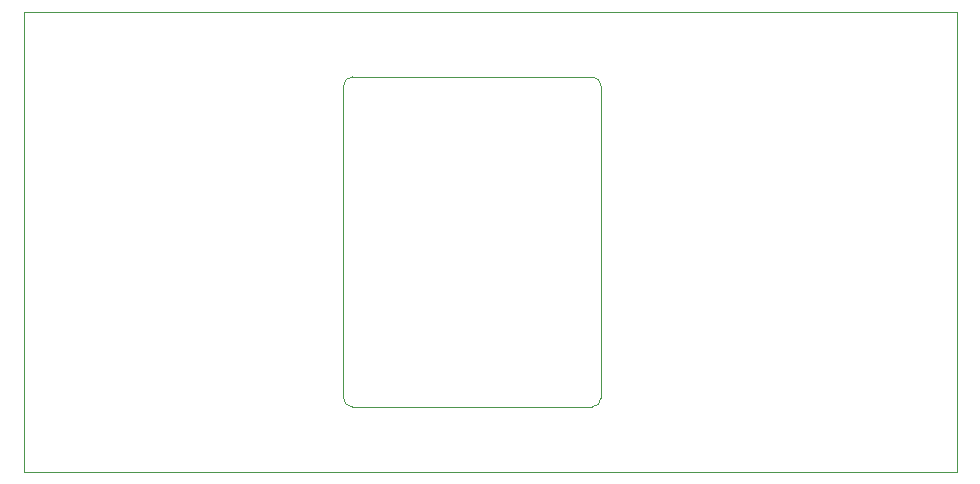
<source format=gm1>
G04 #@! TF.GenerationSoftware,KiCad,Pcbnew,(6.0.9-0)*
G04 #@! TF.CreationDate,2023-06-22T13:59:50-04:00*
G04 #@! TF.ProjectId,plucker_v03,706c7563-6b65-4725-9f76-30332e6b6963,rev?*
G04 #@! TF.SameCoordinates,Original*
G04 #@! TF.FileFunction,Profile,NP*
%FSLAX46Y46*%
G04 Gerber Fmt 4.6, Leading zero omitted, Abs format (unit mm)*
G04 Created by KiCad (PCBNEW (6.0.9-0)) date 2023-06-22 13:59:50*
%MOMM*%
%LPD*%
G01*
G04 APERTURE LIST*
G04 #@! TA.AperFunction,Profile*
%ADD10C,0.050000*%
G04 #@! TD*
G04 APERTURE END LIST*
D10*
X133634815Y-118872000D02*
X153924000Y-118872000D01*
X132872815Y-91694000D02*
X132872815Y-118110000D01*
X153924000Y-90932000D02*
X133634815Y-90932000D01*
X154686000Y-118110000D02*
X154686000Y-91694000D01*
X153924000Y-118872000D02*
G75*
G03*
X154686000Y-118110000I0J762000D01*
G01*
X132872815Y-118110000D02*
G75*
G03*
X133634815Y-118872000I762000J0D01*
G01*
X133634815Y-90932000D02*
G75*
G03*
X132872815Y-91694000I0J-762000D01*
G01*
X154686000Y-91694000D02*
G75*
G03*
X153924000Y-90932000I-762000J0D01*
G01*
X105796000Y-124402000D02*
X184796000Y-124402000D01*
X105796000Y-85402000D02*
X105796000Y-124402000D01*
X105796000Y-85402000D02*
X184796000Y-85402000D01*
X184796000Y-85402000D02*
X184796000Y-124402000D01*
M02*

</source>
